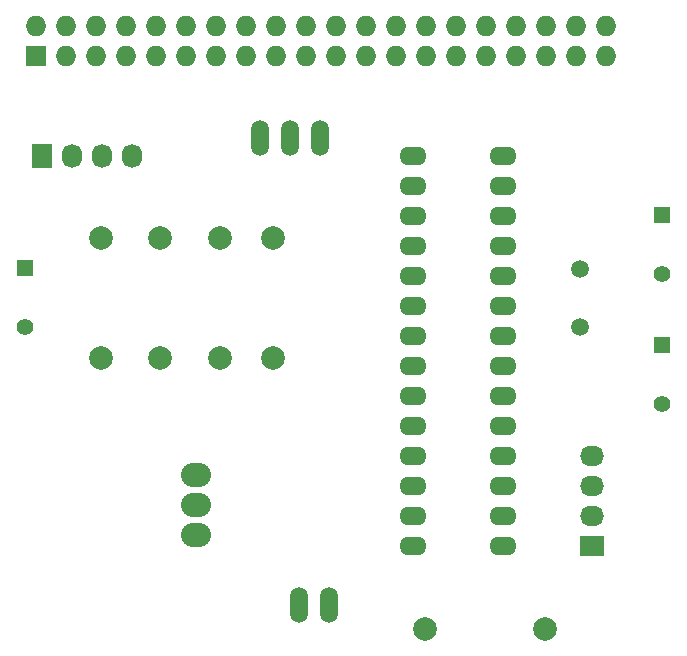
<source format=gbr>
G04 #@! TF.FileFunction,Soldermask,Bot*
%FSLAX46Y46*%
G04 Gerber Fmt 4.6, Leading zero omitted, Abs format (unit mm)*
G04 Created by KiCad (PCBNEW (2015-06-30 BZR 5847, Git 785638a)-product) date 2015/07/09 22:16:44*
%MOMM*%
G01*
G04 APERTURE LIST*
%ADD10C,0.100000*%
%ADD11R,1.400000X1.400000*%
%ADD12C,1.400000*%
%ADD13O,2.300000X1.600000*%
%ADD14R,2.032000X1.727200*%
%ADD15O,2.032000X1.727200*%
%ADD16R,1.727200X2.032000*%
%ADD17O,1.727200X2.032000*%
%ADD18O,1.506220X3.014980*%
%ADD19R,1.727200X1.727200*%
%ADD20O,1.727200X1.727200*%
%ADD21O,2.540000X2.032000*%
%ADD22C,1.998980*%
%ADD23C,1.501140*%
G04 APERTURE END LIST*
D10*
D11*
X116000000Y-103000000D03*
D12*
X116000000Y-108000000D03*
D11*
X170000000Y-109500000D03*
D12*
X170000000Y-114500000D03*
D11*
X170000000Y-98500000D03*
D12*
X170000000Y-103500000D03*
D13*
X156500000Y-126500000D03*
X156500000Y-123960000D03*
X156500000Y-121420000D03*
X156500000Y-118880000D03*
X156500000Y-116340000D03*
X156500000Y-113800000D03*
X156500000Y-111260000D03*
X156500000Y-108720000D03*
X156500000Y-106180000D03*
X156500000Y-103640000D03*
X156500000Y-101100000D03*
X156500000Y-98560000D03*
X156500000Y-96020000D03*
X156500000Y-93480000D03*
X148880000Y-93480000D03*
X148880000Y-96020000D03*
X148880000Y-98560000D03*
X148880000Y-101100000D03*
X148880000Y-103640000D03*
X148880000Y-106180000D03*
X148880000Y-108720000D03*
X148880000Y-111260000D03*
X148880000Y-113800000D03*
X148880000Y-116340000D03*
X148880000Y-118880000D03*
X148880000Y-121420000D03*
X148880000Y-123960000D03*
X148880000Y-126500000D03*
D14*
X164000000Y-126500000D03*
D15*
X164000000Y-123960000D03*
X164000000Y-121420000D03*
X164000000Y-118880000D03*
D16*
X117500000Y-93500000D03*
D17*
X120040000Y-93500000D03*
X122580000Y-93500000D03*
X125120000Y-93500000D03*
D18*
X135960000Y-92000000D03*
X138500000Y-92000000D03*
X141040000Y-92000000D03*
D19*
X117000000Y-85000000D03*
D20*
X117000000Y-82460000D03*
X119540000Y-85000000D03*
X119540000Y-82460000D03*
X122080000Y-85000000D03*
X122080000Y-82460000D03*
X124620000Y-85000000D03*
X124620000Y-82460000D03*
X127160000Y-85000000D03*
X127160000Y-82460000D03*
X129700000Y-85000000D03*
X129700000Y-82460000D03*
X132240000Y-85000000D03*
X132240000Y-82460000D03*
X134780000Y-85000000D03*
X134780000Y-82460000D03*
X137320000Y-85000000D03*
X137320000Y-82460000D03*
X139860000Y-85000000D03*
X139860000Y-82460000D03*
X142400000Y-85000000D03*
X142400000Y-82460000D03*
X144940000Y-85000000D03*
X144940000Y-82460000D03*
X147480000Y-85000000D03*
X147480000Y-82460000D03*
X150020000Y-85000000D03*
X150020000Y-82460000D03*
X152560000Y-85000000D03*
X152560000Y-82460000D03*
X155100000Y-85000000D03*
X155100000Y-82460000D03*
X157640000Y-85000000D03*
X157640000Y-82460000D03*
X160180000Y-85000000D03*
X160180000Y-82460000D03*
X162720000Y-85000000D03*
X162720000Y-82460000D03*
X165260000Y-85000000D03*
X165260000Y-82460000D03*
D21*
X130500000Y-123000000D03*
X130500000Y-125540000D03*
X130500000Y-120460000D03*
D22*
X149920000Y-133500000D03*
X160080000Y-133500000D03*
X137000000Y-110580000D03*
X137000000Y-100420000D03*
X132500000Y-100420000D03*
X132500000Y-110580000D03*
X122500000Y-110580000D03*
X122500000Y-100420000D03*
X127500000Y-110580000D03*
X127500000Y-100420000D03*
D18*
X141770000Y-131500000D03*
X139230000Y-131500000D03*
D23*
X163000000Y-107940940D03*
X163000000Y-103059060D03*
M02*

</source>
